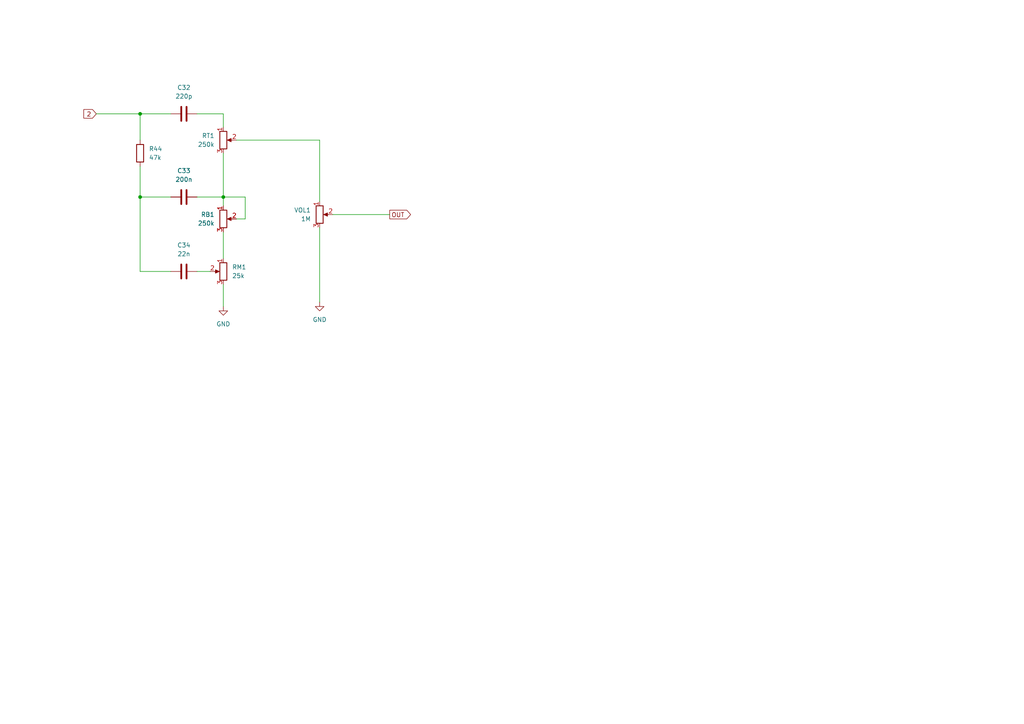
<source format=kicad_sch>
(kicad_sch (version 20250114) (generator "eeschema") (generator_version "9.0")
  (paper "A4")
  (lib_symbols
    (symbol "Device:C" (pin_numbers (hide yes)) (pin_names (offset 0.254))
      (property "Reference" "C" (at 0.635 2.54 0))
      (property "Value" "C" (at 0.635 -2.54 0))
      (symbol "C_0_1"
        (polyline (pts (xy -2.032 0.762) (xy 2.032 0.762)) (stroke (width 0.508)))
        (polyline (pts (xy -2.032 -0.762) (xy 2.032 -0.762)) (stroke (width 0.508)))
      )
      (symbol "C_1_1"
        (pin passive line (at 0 3.81 270) (length 2.794) (name "~") (number "1"))
        (pin passive line (at 0 -3.81 90) (length 2.794) (name "~") (number "2"))
      )
    )
    (symbol "Device:R" (pin_numbers (hide yes)) (pin_names (offset 0))
      (property "Reference" "R" (at 2.032 0 90))
      (property "Value" "R" (at 0 0 90))
      (symbol "R_0_1"
        (rectangle (start -1.016 -2.54) (end 1.016 2.54) (stroke (width 0.254)))
      )
      (symbol "R_1_1"
        (pin passive line (at 0 3.81 270) (length 1.27) (name "~") (number "1"))
        (pin passive line (at 0 -3.81 90) (length 1.27) (name "~") (number "2"))
      )
    )
    (symbol "Device:R_Potentiometer" (pin_names (offset 1.016) (hide yes))
      (property "Reference" "RV" (at -4.445 0 90))
      (property "Value" "R_Potentiometer" (at -2.54 0 90))
      (symbol "R_Potentiometer_0_1"
        (rectangle (start 1.016 2.54) (end -1.016 -2.54) (stroke (width 0.254)))
        (polyline (pts (xy 1.143 0) (xy 2.286 0.508) (xy 2.286 -0.508) (xy 1.143 0)) (fill (type outline)))
        (polyline (pts (xy 2.54 0) (xy 1.524 0)))
      )
      (symbol "R_Potentiometer_1_1"
        (pin passive line (at 0 3.81 270) (length 1.27) (name "1") (number "1"))
        (pin passive line (at 0 -3.81 90) (length 1.27) (name "3") (number "3"))
        (pin passive line (at 3.81 0 180) (length 1.27) (name "2") (number "2"))
      )
    )
    (symbol "power:GND" (power) (pin_numbers (hide yes)) (pin_names (offset 0) (hide yes))
      (property "Value" "GND" (at 0 -3.81 0))
      (symbol "GND_0_1"
        (polyline (pts (xy 0 0) (xy 0 -1.27) (xy 1.27 -1.27) (xy 0 -2.54) (xy -1.27 -1.27) (xy 0 -1.27)))
      )
      (symbol "GND_1_1"
        (pin power_in line (at 0 0 270) (length 0) (name "~") (number "1"))
      )
    )
  )
  (junction (at 64.77 57.15))
  (junction (at 40.64 33.02))
  (junction (at 40.64 57.15))
  (wire (pts (xy 64.77 82.55) (xy 64.77 88.9)))
  (wire (pts (xy 64.77 44.45) (xy 64.77 57.15)))
  (wire (pts (xy 71.12 63.5) (xy 71.12 57.15)))
  (wire (pts (xy 57.15 78.74) (xy 60.96 78.74)))
  (wire (pts (xy 40.64 57.15) (xy 40.64 78.74)))
  (wire (pts (xy 64.77 33.02) (xy 64.77 36.83)))
  (wire (pts (xy 57.15 57.15) (xy 64.77 57.15)))
  (wire (pts (xy 40.64 48.26) (xy 40.64 57.15)))
  (wire (pts (xy 40.64 78.74) (xy 49.53 78.74)))
  (wire (pts (xy 92.71 66.04) (xy 92.71 87.63)))
  (wire (pts (xy 71.12 63.5) (xy 68.58 63.5)))
  (wire (pts (xy 40.64 33.02) (xy 49.53 33.02)))
  (wire (pts (xy 92.71 40.64) (xy 92.71 58.42)))
  (wire (pts (xy 71.12 57.15) (xy 64.77 57.15)))
  (wire (pts (xy 68.58 40.64) (xy 92.71 40.64)))
  (wire (pts (xy 57.15 33.02) (xy 64.77 33.02)))
  (wire (pts (xy 96.52 62.23) (xy 113.03 62.23)))
  (wire (pts (xy 40.64 57.15) (xy 49.53 57.15)))
  (wire (pts (xy 40.64 33.02) (xy 40.64 40.64)))
  (wire (pts (xy 64.77 57.15) (xy 64.77 59.69)))
  (wire (pts (xy 27.94 33.02) (xy 40.64 33.02)))
  (wire (pts (xy 64.77 67.31) (xy 64.77 74.93)))
  (global_label "OUT" (shape output) (at 113.03 62.23 0) (property "Intersheetrefs" "${INTERSHEET_REFS}" (effects (hide yes))))
  (global_label "2" (shape input) (at 27.94 33.02 180) (property "Intersheetrefs" "${INTERSHEET_REFS}" (effects (hide yes))))
  (symbol (lib_id "Device:R_Potentiometer") (at 92.71 62.23 0) (unit 1)
    (property "Reference" "VOL1" (at 90.17 60.9599 0) (effects (justify right)))
    (property "Value" "1M" (at 90.17 63.4999 0) (effects (justify right)))
    (property "Description" "Potentiometer" (effects (hide yes)))
  )
  (symbol (lib_id "Device:R_Potentiometer") (at 64.77 40.64 0) (unit 1)
    (property "Reference" "RT1" (at 62.23 39.3699 0) (effects (justify right)))
    (property "Value" "250k" (at 62.23 41.9099 0) (effects (justify right)))
    (property "Description" "Potentiometer" (effects (hide yes)))
  )
  (symbol (lib_id "power:GND") (at 92.71 87.63 0) (unit 1)
    (property "Reference" "#PWR040" (effects (hide yes)))
    (property "Value" "GND" (at 92.71 92.71 0))
    (property "Description" "Power symbol creates a global label with name \"GND\" , ground" (effects (hide yes)))
  )
  (symbol (lib_id "Device:C") (at 53.34 78.74 90) (unit 1)
    (property "Reference" "C34" (at 53.34 71.12 90))
    (property "Value" "22n" (at 53.34 73.66 90))
    (property "Description" "Unpolarized capacitor" (effects (hide yes)))
  )
  (symbol (lib_id "Device:C") (at 53.34 33.02 90) (unit 1)
    (property "Reference" "C32" (at 53.34 25.4 90))
    (property "Value" "220p" (at 53.34 27.94 90))
    (property "Description" "Unpolarized capacitor" (effects (hide yes)))
  )
  (symbol (lib_id "Device:R") (at 40.64 44.45 0) (unit 1)
    (property "Reference" "R44" (at 43.18 43.1799 0) (effects (justify left)))
    (property "Value" "47k" (at 43.18 45.7199 0) (effects (justify left)))
    (property "Description" "Resistor" (effects (hide yes)))
  )
  (symbol (lib_id "Device:C") (at 53.34 57.15 90) (unit 1)
    (property "Reference" "C33" (at 53.34 49.53 90))
    (property "Value" "200n" (at 53.34 52.07 90))
    (property "Description" "Unpolarized capacitor" (effects (hide yes)))
  )
  (symbol (lib_id "Device:R_Potentiometer") (at 64.77 63.5 0) (unit 1)
    (property "Reference" "RB1" (at 62.23 62.2299 0) (effects (justify right)))
    (property "Value" "250k" (at 62.23 64.7699 0) (effects (justify right)))
    (property "Description" "Potentiometer" (effects (hide yes)))
  )
  (symbol (lib_id "Device:R_Potentiometer") (at 64.77 78.74 0) (mirror y) (unit 1)
    (property "Reference" "RM1" (at 67.31 77.4699 0) (effects (justify right)))
    (property "Value" "25k" (at 67.31 80.0099 0) (effects (justify right)))
    (property "Description" "Potentiometer" (effects (hide yes)))
  )
  (symbol (lib_id "power:GND") (at 64.77 88.9 0) (unit 1)
    (property "Reference" "#PWR051" (effects (hide yes)))
    (property "Value" "GND" (at 64.77 93.98 0))
    (property "Description" "Power symbol creates a global label with name \"GND\" , ground" (effects (hide yes)))
  )
)
</source>
